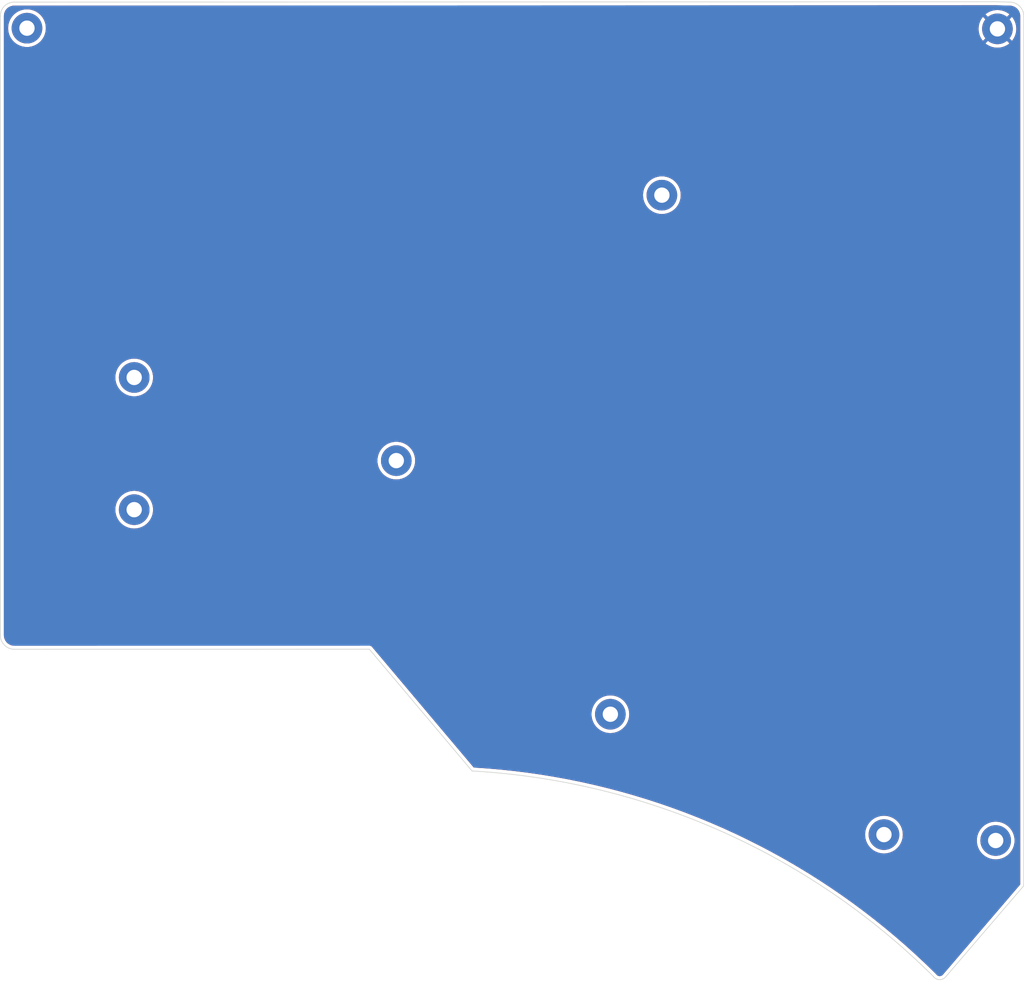
<source format=kicad_pcb>
(kicad_pcb (version 20211014) (generator pcbnew)
  (title_block (title "BlueJay Left"))
  (layers (0 "F.Cu" signal) (31 "B.Cu" signal) (36 "B.SilkS" user "B.Silkscreen") (37 "F.SilkS" user "F.Silkscreen") (38 "B.Mask" user) (39 "F.Mask" user) (44 "Edge.Cuts" user))
  (net 0 "")
  (net 1 "GND")
  (footprint "MountingHole:MountingHole_2.2mm_M2_Pad" (layer "F.Cu") (at 56.95 64.15)
    (fp_text reference "H9")
    (fp_text value "M2")
    (pad "1" thru_hole circle (at 0 0) (size 4.4 4.4) (drill 2.2) (layers *.Cu *.Mask))
  )
  (footprint "MountingHole:MountingHole_2.2mm_M2_Pad" (layer "F.Cu") (at 40.9 63.3)
    (fp_text reference "H8")
    (fp_text value "M2")
    (pad "1" thru_hole circle (at 0 0) (size 4.4 4.4) (drill 2.2) (layers *.Cu *.Mask))
  )
  (footprint "MountingHole:MountingHole_2.2mm_M2_Pad" (layer "F.Cu") (at -29.15 9.55)
    (fp_text reference "H5")
    (fp_text value "M2")
    (pad "1" thru_hole circle (at 0 0) (size 4.4 4.4) (drill 2.2) (layers *.Cu *.Mask))
  )
  (footprint "MountingHole:MountingHole_2.2mm_M2_Pad" (layer "F.Cu") (at -82.2 -52.6)
    (fp_text reference "H1")
    (fp_text value "M2")
    (pad "1" thru_hole circle (at 0 0) (size 4.4 4.4) (drill 2.2) (layers *.Cu *.Mask))
  )
  (footprint "MountingHole:MountingHole_2.2mm_M2_Pad" (layer "F.Cu") (at 1.6 46)
    (fp_text reference "H7")
    (fp_text value "M2")
    (pad "1" thru_hole circle (at 0 0) (size 4.4 4.4) (drill 2.2) (layers *.Cu *.Mask))
  )
  (footprint "MountingHole:MountingHole_2.2mm_M2_Pad" (layer "F.Cu") (at 57.2 -52.5)
    (fp_text reference "H2")
    (fp_text value "M2")
    (pad "1" thru_hole circle (at 0 0) (size 4.4 4.4) (drill 2.2) (layers *.Cu *.Mask) (net 1 "GND"))
  )
  (footprint "MountingHole:MountingHole_2.2mm_M2_Pad" (layer "F.Cu") (at 9 -28.6)
    (fp_text reference "H3")
    (fp_text value "M2")
    (pad "1" thru_hole circle (at 0 0) (size 4.4 4.4) (drill 2.2) (layers *.Cu *.Mask))
  )
  (footprint "MountingHole:MountingHole_2.2mm_M2_Pad" (layer "F.Cu") (at -66.8 16.6)
    (fp_text reference "H6")
    (fp_text value "M2")
    (pad "1" thru_hole circle (at 0 0) (size 4.4 4.4) (drill 2.2) (layers *.Cu *.Mask))
  )
  (footprint "MountingHole:MountingHole_2.2mm_M2_Pad" (layer "F.Cu") (at -66.8 -2.4)
    (fp_text reference "H4")
    (fp_text value "M2")
    (pad "1" thru_hole circle (at 0 0) (size 4.4 4.4) (drill 2.2) (layers *.Cu *.Mask))
  )
  (gr_line (start 60.9812 70.6563) (end 49.7812 83.7263) (layer "Edge.Cuts") (width 0.1))
  (gr_arc (start -18.2688 54.1563) (mid 17.583107 62.841492) (end 48.0112 83.6963) (layer "Edge.Cuts") (width 0.1))
  (gr_arc (start 58.9812 -56.3437) (mid 60.393459 -55.755959) (end 60.981199 -54.3437) (layer "Edge.Cuts") (width 0.1))
  (gr_line (start 60.9812 70.6563) (end 60.981199 -54.3437) (layer "Edge.Cuts") (width 0.1))
  (gr_arc (start -86.024489 -54.35145) (mid -85.442713 -55.767431) (end -84.024489 -56.3437) (layer "Edge.Cuts") (width 0.1))
  (gr_arc (start -84.02552 36.663017) (mid -85.443204 36.061839) (end -86.025519 34.6363) (layer "Edge.Cuts") (width 0.1))
  (gr_line (start -86.024489 -54.35145) (end -86.025519 34.6363) (layer "Edge.Cuts") (width 0.1))
  (gr_line (start -84.02552 36.663017) (end -33.0188 36.6563) (layer "Edge.Cuts") (width 0.1))
  (gr_line (start -33.0188 36.6563) (end -18.2688 54.1563) (layer "Edge.Cuts") (width 0.1))
  (gr_line (start 58.9812 -56.3437) (end 57.05 -56.4) (layer "Edge.Cuts") (width 0.1))
  (gr_line (start 57.05 -56.4) (end -84.024489 -56.3437) (layer "Edge.Cuts") (width 0.1))
  (gr_arc (start 49.7812 83.7263) (mid 48.888799 84.147698) (end 48.0112 83.6963) (layer "Edge.Cuts") (width 0.1))
  (zone (net 1) (net_name "GND") (layers F&B.Cu) (connect_pads (clearance 0.508)) (min_thickness 0.254) (fill yes (thermal_gap 0.508) (thermal_bridge_width 0.508) (island_removal_mode 1) (island_area_min 0))
    (polygon (pts (xy 60.9812 -56.3437) (xy 60.9812 70.6563) (xy 49.000658 84.613239) (xy -18.499342 54.113239) (xy -33.0188 36.4063) (xy -86.0188 36.6563) (xy -86.0188 -56.3437)))
  )
)
</source>
